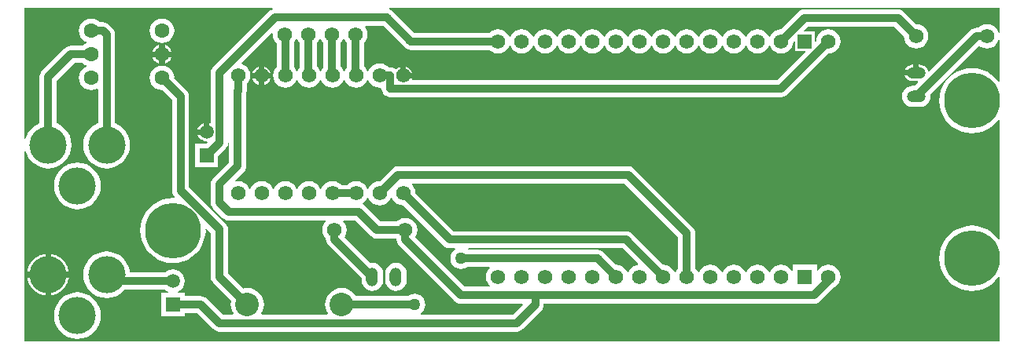
<source format=gbl>
G04 Layer_Physical_Order=2*
G04 Layer_Color=16711680*
%FSLAX24Y24*%
%MOIN*%
G70*
G01*
G75*
%ADD10C,0.0320*%
%ADD11C,0.1575*%
%ADD12O,0.0500X0.0800*%
%ADD13O,0.0800X0.0500*%
%ADD14C,0.0620*%
%ADD15C,0.0620*%
%ADD16R,0.0620X0.0620*%
%ADD17C,0.0591*%
%ADD18R,0.0591X0.0591*%
%ADD19C,0.1000*%
%ADD20C,0.2362*%
%ADD21C,0.0630*%
%ADD22C,0.0500*%
G36*
X13554Y36413D02*
X13636Y36306D01*
X13637Y36306D01*
Y35255D01*
X13578Y35178D01*
X13551Y35112D01*
X13497D01*
X13469Y35178D01*
X13387Y35285D01*
X13387Y35286D01*
Y36336D01*
X13446Y36413D01*
X13473Y36479D01*
X13527D01*
X13554Y36413D01*
D02*
G37*
G36*
X14554D02*
X14636Y36306D01*
X14637Y36306D01*
Y35255D01*
X14578Y35178D01*
X14551Y35112D01*
X14497D01*
X14469Y35178D01*
X14387Y35285D01*
X14363Y35304D01*
Y36306D01*
X14364Y36306D01*
X14446Y36413D01*
X14473Y36479D01*
X14527D01*
X14554Y36413D01*
D02*
G37*
G36*
X15554D02*
X15636Y36306D01*
X15637Y36306D01*
Y35255D01*
X15578Y35178D01*
X15551Y35112D01*
X15497D01*
X15469Y35178D01*
X15387Y35285D01*
X15363Y35304D01*
Y36306D01*
X15364Y36306D01*
X15446Y36413D01*
X15473Y36479D01*
X15527D01*
X15554Y36413D01*
D02*
G37*
G36*
X18090Y36121D02*
X18165Y36063D01*
X18252Y36027D01*
X18346Y36015D01*
X21683D01*
X21683Y36014D01*
X21790Y35932D01*
X21914Y35881D01*
X22047Y35864D01*
X22180Y35881D01*
X22304Y35932D01*
X22411Y36014D01*
X22493Y36121D01*
X22520Y36187D01*
X22574D01*
X22602Y36121D01*
X22683Y36014D01*
X22790Y35932D01*
X22914Y35881D01*
X23047Y35864D01*
X23180Y35881D01*
X23304Y35932D01*
X23411Y36014D01*
X23493Y36121D01*
X23520Y36187D01*
X23574D01*
X23602Y36121D01*
X23683Y36014D01*
X23790Y35932D01*
X23914Y35881D01*
X24047Y35864D01*
X24180Y35881D01*
X24304Y35932D01*
X24411Y36014D01*
X24493Y36121D01*
X24520Y36187D01*
X24574D01*
X24602Y36121D01*
X24683Y36014D01*
X24790Y35932D01*
X24914Y35881D01*
X25047Y35864D01*
X25180Y35881D01*
X25304Y35932D01*
X25411Y36014D01*
X25493Y36121D01*
X25520Y36187D01*
X25574D01*
X25602Y36121D01*
X25683Y36014D01*
X25790Y35932D01*
X25914Y35881D01*
X26047Y35864D01*
X26180Y35881D01*
X26304Y35932D01*
X26411Y36014D01*
X26493Y36121D01*
X26520Y36187D01*
X26574D01*
X26602Y36121D01*
X26683Y36014D01*
X26790Y35932D01*
X26914Y35881D01*
X27047Y35864D01*
X27180Y35881D01*
X27304Y35932D01*
X27411Y36014D01*
X27493Y36121D01*
X27520Y36187D01*
X27574D01*
X27602Y36121D01*
X27683Y36014D01*
X27790Y35932D01*
X27914Y35881D01*
X28047Y35864D01*
X28180Y35881D01*
X28304Y35932D01*
X28411Y36014D01*
X28493Y36121D01*
X28520Y36187D01*
X28574D01*
X28602Y36121D01*
X28683Y36014D01*
X28790Y35932D01*
X28914Y35881D01*
X29047Y35864D01*
X29180Y35881D01*
X29304Y35932D01*
X29411Y36014D01*
X29493Y36121D01*
X29520Y36187D01*
X29574D01*
X29602Y36121D01*
X29683Y36014D01*
X29790Y35932D01*
X29914Y35881D01*
X30047Y35864D01*
X30180Y35881D01*
X30304Y35932D01*
X30411Y36014D01*
X30493Y36121D01*
X30520Y36187D01*
X30574D01*
X30602Y36121D01*
X30683Y36014D01*
X30790Y35932D01*
X30914Y35881D01*
X31047Y35864D01*
X31180Y35881D01*
X31304Y35932D01*
X31411Y36014D01*
X31493Y36121D01*
X31520Y36187D01*
X31574D01*
X31602Y36121D01*
X31683Y36014D01*
X31790Y35932D01*
X31914Y35881D01*
X32047Y35864D01*
X32180Y35881D01*
X32304Y35932D01*
X32411Y36014D01*
X32493Y36121D01*
X32520Y36187D01*
X32574D01*
X32602Y36121D01*
X32683Y36014D01*
X32790Y35932D01*
X32914Y35881D01*
X33047Y35864D01*
X33180Y35881D01*
X33304Y35932D01*
X33411Y36014D01*
X33493Y36121D01*
X33520Y36187D01*
X33574D01*
X33602Y36121D01*
X33683Y36014D01*
X33790Y35932D01*
X33914Y35881D01*
X34047Y35864D01*
X34180Y35881D01*
X34304Y35932D01*
X34411Y36014D01*
X34493Y36121D01*
X34544Y36245D01*
X34561Y36373D01*
X34589Y36393D01*
X34637Y36371D01*
Y35968D01*
X35058D01*
X35078Y35922D01*
X33890Y34734D01*
X18435D01*
X18407Y34776D01*
X18418Y34801D01*
X18024D01*
Y34921D01*
X17904D01*
Y35315D01*
X17817Y35279D01*
X17731Y35214D01*
X17714Y35191D01*
X17655Y35236D01*
X17568Y35272D01*
X17474Y35284D01*
X17388D01*
X17387Y35285D01*
X17281Y35367D01*
X17157Y35418D01*
X17024Y35436D01*
X16890Y35418D01*
X16766Y35367D01*
X16660Y35285D01*
X16578Y35178D01*
X16551Y35112D01*
X16497D01*
X16469Y35178D01*
X16387Y35285D01*
X16363Y35304D01*
Y36306D01*
X16364Y36306D01*
X16446Y36413D01*
X16497Y36537D01*
X16514Y36670D01*
X16497Y36803D01*
X16446Y36927D01*
X16399Y36988D01*
X16423Y37038D01*
X17172D01*
X18090Y36121D01*
D02*
G37*
G36*
X16578Y29664D02*
X16660Y29557D01*
X16766Y29476D01*
X16890Y29424D01*
X17024Y29407D01*
X17157Y29424D01*
X17281Y29476D01*
X17387Y29557D01*
X17469Y29664D01*
X17497Y29730D01*
X17551D01*
X17578Y29664D01*
X17660Y29557D01*
X17766Y29476D01*
X17890Y29424D01*
X18024Y29407D01*
X18024Y29407D01*
X19735Y27696D01*
X19811Y27638D01*
X19898Y27602D01*
X19992Y27590D01*
X20204D01*
X20221Y27540D01*
X20152Y27486D01*
X20079Y27392D01*
X20034Y27283D01*
X20019Y27165D01*
X20034Y27048D01*
X20079Y26938D01*
X20152Y26844D01*
X20245Y26772D01*
X20355Y26727D01*
X20472Y26711D01*
X20590Y26727D01*
X20699Y26772D01*
X20738Y26802D01*
X21685D01*
X21701Y26755D01*
X21683Y26742D01*
X21602Y26635D01*
X21550Y26511D01*
X21533Y26378D01*
X21550Y26245D01*
X21602Y26121D01*
X21683Y26014D01*
X21701Y26001D01*
X21685Y25954D01*
X20623D01*
X18517Y28059D01*
X18556Y28109D01*
X18607Y28233D01*
X18625Y28366D01*
X18607Y28500D01*
X18556Y28624D01*
X18474Y28730D01*
X18367Y28812D01*
X18243Y28863D01*
X18110Y28881D01*
X17977Y28863D01*
X17853Y28812D01*
X17746Y28730D01*
X17746Y28730D01*
X17060D01*
X16398Y29391D01*
X16325Y29447D01*
X16323Y29449D01*
X16318Y29504D01*
X16387Y29557D01*
X16469Y29664D01*
X16497Y29730D01*
X16551D01*
X16578Y29664D01*
D02*
G37*
G36*
X27983Y26929D02*
X27966Y26882D01*
X27914Y26875D01*
X27790Y26823D01*
X27683Y26742D01*
X27602Y26635D01*
X27574Y26569D01*
X27520D01*
X27493Y26635D01*
X27411Y26742D01*
X27304Y26823D01*
X27180Y26875D01*
X27047Y26892D01*
X27046Y26892D01*
X26517Y27422D01*
X26441Y27480D01*
X26354Y27516D01*
X26260Y27528D01*
X20773D01*
X20765Y27540D01*
X20790Y27590D01*
X27322D01*
X27983Y26929D01*
D02*
G37*
G36*
X29684Y28070D02*
Y26742D01*
X29683Y26742D01*
X29602Y26635D01*
X29574Y26569D01*
X29520D01*
X29493Y26635D01*
X29411Y26742D01*
X29304Y26823D01*
X29180Y26875D01*
X29047Y26892D01*
X29046Y26892D01*
X27729Y28210D01*
X27654Y28267D01*
X27566Y28303D01*
X27472Y28316D01*
X20143D01*
X18538Y29920D01*
X18538Y29921D01*
X18521Y30054D01*
X18469Y30178D01*
X18387Y30285D01*
X18370Y30298D01*
X18386Y30346D01*
X27409D01*
X29684Y28070D01*
D02*
G37*
G36*
X43307Y36739D02*
X43261Y36727D01*
X43209Y36851D01*
X43128Y36958D01*
X43021Y37040D01*
X42897Y37091D01*
X42764Y37109D01*
X42631Y37091D01*
X42507Y37040D01*
X42400Y36958D01*
X42400Y36957D01*
X42319D01*
X42225Y36945D01*
X42137Y36909D01*
X42062Y36851D01*
X40305Y35094D01*
X40258Y35110D01*
X40255Y35131D01*
X40219Y35216D01*
X40163Y35289D01*
X40090Y35345D01*
X40005Y35380D01*
X39914Y35392D01*
X39884D01*
Y35039D01*
X39764D01*
Y34919D01*
X39285D01*
X39308Y34863D01*
X39364Y34790D01*
X39437Y34734D01*
X39522Y34698D01*
X39614Y34686D01*
X39832D01*
X39851Y34640D01*
X39704Y34493D01*
X39614D01*
X39496Y34478D01*
X39387Y34432D01*
X39293Y34360D01*
X39221Y34266D01*
X39175Y34157D01*
X39160Y34039D01*
X39175Y33922D01*
X39221Y33812D01*
X39293Y33718D01*
X39387Y33646D01*
X39496Y33601D01*
X39614Y33585D01*
X39914D01*
X40031Y33601D01*
X40141Y33646D01*
X40235Y33718D01*
X40307Y33812D01*
X40352Y33922D01*
X40368Y34039D01*
X40357Y34119D01*
X42439Y36201D01*
X42507Y36149D01*
X42631Y36097D01*
X42764Y36080D01*
X42897Y36097D01*
X43021Y36149D01*
X43128Y36230D01*
X43209Y36337D01*
X43261Y36461D01*
X43307Y36449D01*
Y34666D01*
X43259Y34653D01*
X43247Y34673D01*
X43106Y34838D01*
X42940Y34979D01*
X42755Y35093D01*
X42554Y35176D01*
X42343Y35227D01*
X42126Y35244D01*
X41909Y35227D01*
X41698Y35176D01*
X41497Y35093D01*
X41312Y34979D01*
X41146Y34838D01*
X41005Y34673D01*
X40892Y34487D01*
X40808Y34286D01*
X40758Y34075D01*
X40741Y33858D01*
X40758Y33642D01*
X40808Y33430D01*
X40892Y33229D01*
X41005Y33044D01*
X41146Y32879D01*
X41312Y32737D01*
X41497Y32624D01*
X41698Y32541D01*
X41909Y32490D01*
X42126Y32473D01*
X42343Y32490D01*
X42554Y32541D01*
X42755Y32624D01*
X42940Y32737D01*
X43106Y32879D01*
X43247Y33044D01*
X43259Y33064D01*
X43307Y33050D01*
Y27973D01*
X43259Y27960D01*
X43247Y27980D01*
X43106Y28145D01*
X42940Y28286D01*
X42755Y28400D01*
X42554Y28483D01*
X42343Y28534D01*
X42126Y28551D01*
X41909Y28534D01*
X41698Y28483D01*
X41497Y28400D01*
X41312Y28286D01*
X41146Y28145D01*
X41005Y27980D01*
X40892Y27794D01*
X40808Y27593D01*
X40758Y27382D01*
X40741Y27165D01*
X40758Y26949D01*
X40808Y26737D01*
X40892Y26536D01*
X41005Y26351D01*
X41146Y26186D01*
X41312Y26045D01*
X41497Y25931D01*
X41698Y25848D01*
X41909Y25797D01*
X42126Y25780D01*
X42343Y25797D01*
X42554Y25848D01*
X42755Y25931D01*
X42940Y26045D01*
X43106Y26186D01*
X43247Y26351D01*
X43259Y26371D01*
X43307Y26357D01*
Y23622D01*
X1969D01*
Y31712D01*
X2018Y31720D01*
X2056Y31597D01*
X2147Y31425D01*
X2271Y31275D01*
X2421Y31151D01*
X2593Y31060D01*
X2779Y31003D01*
X2972Y30984D01*
X3166Y31003D01*
X3352Y31060D01*
X3524Y31151D01*
X3674Y31275D01*
X3797Y31425D01*
X3889Y31597D01*
X3946Y31783D01*
X3965Y31976D01*
X3946Y32170D01*
X3889Y32356D01*
X3797Y32528D01*
X3674Y32678D01*
X3524Y32801D01*
X3352Y32893D01*
X3336Y32898D01*
Y34712D01*
X4087Y35464D01*
X4429D01*
X4432Y35459D01*
X4540Y35377D01*
X4600Y35352D01*
Y35302D01*
X4540Y35277D01*
X4432Y35194D01*
X4349Y35086D01*
X4298Y34961D01*
X4280Y34827D01*
X4298Y34692D01*
X4349Y34567D01*
X4432Y34460D01*
X4540Y34377D01*
X4665Y34325D01*
X4799Y34307D01*
X4934Y34325D01*
X5040Y34369D01*
X5090Y34342D01*
Y32898D01*
X5073Y32893D01*
X4902Y32801D01*
X4751Y32678D01*
X4628Y32528D01*
X4536Y32356D01*
X4480Y32170D01*
X4461Y31976D01*
X4480Y31783D01*
X4536Y31597D01*
X4628Y31425D01*
X4751Y31275D01*
X4902Y31151D01*
X5073Y31060D01*
X5259Y31003D01*
X5453Y30984D01*
X5646Y31003D01*
X5832Y31060D01*
X6004Y31151D01*
X6154Y31275D01*
X6278Y31425D01*
X6369Y31597D01*
X6426Y31783D01*
X6445Y31976D01*
X6426Y32170D01*
X6369Y32356D01*
X6278Y32528D01*
X6154Y32678D01*
X6004Y32801D01*
X5832Y32893D01*
X5816Y32898D01*
Y36673D01*
X5803Y36767D01*
X5767Y36855D01*
X5710Y36930D01*
X5556Y37084D01*
X5481Y37141D01*
X5393Y37178D01*
X5299Y37190D01*
X5170D01*
X5166Y37194D01*
X5059Y37277D01*
X4934Y37328D01*
X4799Y37346D01*
X4665Y37328D01*
X4540Y37277D01*
X4432Y37194D01*
X4349Y37086D01*
X4298Y36961D01*
X4280Y36827D01*
X4298Y36692D01*
X4349Y36567D01*
X4432Y36460D01*
X4540Y36377D01*
X4600Y36352D01*
Y36302D01*
X4540Y36277D01*
X4432Y36194D01*
X4429Y36190D01*
X3937D01*
X3937Y36190D01*
X3843Y36178D01*
X3755Y36141D01*
X3680Y36084D01*
X2716Y35119D01*
X2658Y35044D01*
X2622Y34956D01*
X2609Y34862D01*
Y32898D01*
X2593Y32893D01*
X2421Y32801D01*
X2271Y32678D01*
X2147Y32528D01*
X2056Y32356D01*
X2018Y32233D01*
X1969Y32241D01*
Y37795D01*
X12478D01*
X12487Y37745D01*
X12417Y37716D01*
X12342Y37658D01*
X12342Y37658D01*
X9979Y35296D01*
X9922Y35221D01*
X9885Y35133D01*
X9873Y35039D01*
Y32927D01*
X9832Y32899D01*
X9810Y32908D01*
Y32530D01*
X9690D01*
Y32410D01*
X9312D01*
X9345Y32331D01*
X9408Y32248D01*
X9491Y32185D01*
X9587Y32145D01*
X9690Y32131D01*
X9714Y32134D01*
X9736Y32090D01*
X9672Y32025D01*
X9195D01*
Y31035D01*
X10185D01*
Y31512D01*
X10493Y31819D01*
X10551Y31895D01*
X10587Y31982D01*
X10597Y32058D01*
X10647Y32054D01*
Y31239D01*
X9979Y30572D01*
X9922Y30497D01*
X9885Y30409D01*
X9873Y30315D01*
Y29528D01*
X9885Y29434D01*
X9922Y29346D01*
X9979Y29271D01*
X10373Y28877D01*
X10448Y28819D01*
X10536Y28783D01*
X10630Y28771D01*
X14724D01*
X14739Y28721D01*
X14665Y28624D01*
X14613Y28500D01*
X14596Y28366D01*
X14613Y28233D01*
X14665Y28109D01*
X14747Y28003D01*
X14747Y28002D01*
Y27984D01*
X14760Y27890D01*
X14796Y27803D01*
X14853Y27727D01*
X16263Y26318D01*
Y26228D01*
X16278Y26110D01*
X16323Y26001D01*
X16396Y25907D01*
X16490Y25835D01*
X16599Y25790D01*
X16717Y25774D01*
X16834Y25790D01*
X16943Y25835D01*
X17037Y25907D01*
X17110Y26001D01*
X17155Y26110D01*
X17170Y26228D01*
Y26528D01*
X17155Y26645D01*
X17110Y26755D01*
X17037Y26849D01*
X16943Y26921D01*
X16834Y26966D01*
X16717Y26982D01*
X16637Y26971D01*
X15531Y28077D01*
X15556Y28109D01*
X15607Y28233D01*
X15625Y28366D01*
X15607Y28500D01*
X15556Y28624D01*
X15481Y28721D01*
X15496Y28771D01*
X15991D01*
X16652Y28110D01*
X16728Y28052D01*
X16815Y28016D01*
X16909Y28003D01*
X17746D01*
X17746Y28003D01*
X17747Y28002D01*
Y27953D01*
X17759Y27859D01*
X17796Y27771D01*
X17853Y27696D01*
X20216Y25334D01*
X20216Y25334D01*
X20291Y25276D01*
X20378Y25240D01*
X20472Y25227D01*
X23074D01*
X23093Y25181D01*
X22684Y24773D01*
X18772D01*
X18755Y24823D01*
X18825Y24876D01*
X18897Y24970D01*
X18942Y25079D01*
X18958Y25197D01*
X18942Y25314D01*
X18897Y25424D01*
X18825Y25518D01*
X18731Y25590D01*
X18621Y25635D01*
X18504Y25651D01*
X18386Y25635D01*
X18277Y25590D01*
X18238Y25560D01*
X16017D01*
X16002Y25588D01*
X15915Y25694D01*
X15808Y25782D01*
X15687Y25847D01*
X15555Y25887D01*
X15417Y25900D01*
X15280Y25887D01*
X15148Y25847D01*
X15027Y25782D01*
X14920Y25694D01*
X14832Y25588D01*
X14767Y25466D01*
X14727Y25334D01*
X14714Y25197D01*
X14727Y25060D01*
X14767Y24928D01*
X14824Y24823D01*
X14800Y24773D01*
X12034D01*
X12011Y24823D01*
X12067Y24928D01*
X12107Y25060D01*
X12121Y25197D01*
X12107Y25334D01*
X12067Y25466D01*
X12002Y25588D01*
X11915Y25694D01*
X11808Y25782D01*
X11687Y25847D01*
X11555Y25887D01*
X11417Y25900D01*
X11280Y25887D01*
X11250Y25878D01*
X10599Y26528D01*
Y28388D01*
X10587Y28482D01*
X10551Y28569D01*
X10493Y28644D01*
X8950Y30188D01*
Y34039D01*
X8937Y34133D01*
X8901Y34221D01*
X8843Y34296D01*
X8318Y34822D01*
X8319Y34827D01*
X8301Y34961D01*
X8249Y35086D01*
X8166Y35194D01*
X8059Y35277D01*
X7934Y35328D01*
X7799Y35346D01*
X7665Y35328D01*
X7540Y35277D01*
X7432Y35194D01*
X7349Y35086D01*
X7298Y34961D01*
X7280Y34827D01*
X7298Y34692D01*
X7349Y34567D01*
X7432Y34460D01*
X7540Y34377D01*
X7665Y34325D01*
X7799Y34307D01*
X7804Y34308D01*
X8224Y33889D01*
Y30037D01*
X8236Y29943D01*
X8272Y29856D01*
X8330Y29781D01*
X8337Y29773D01*
X8316Y29728D01*
X8268Y29732D01*
X8051Y29715D01*
X7840Y29664D01*
X7639Y29581D01*
X7453Y29467D01*
X7288Y29326D01*
X7147Y29161D01*
X7033Y28975D01*
X6950Y28775D01*
X6899Y28563D01*
X6882Y28346D01*
X6899Y28130D01*
X6950Y27918D01*
X7033Y27718D01*
X7147Y27532D01*
X7288Y27367D01*
X7453Y27226D01*
X7639Y27112D01*
X7840Y27029D01*
X8051Y26978D01*
X8268Y26961D01*
X8484Y26978D01*
X8696Y27029D01*
X8897Y27112D01*
X9082Y27226D01*
X9247Y27367D01*
X9389Y27532D01*
X9502Y27718D01*
X9585Y27918D01*
X9636Y28130D01*
X9653Y28346D01*
X9649Y28395D01*
X9695Y28416D01*
X9873Y28237D01*
Y26378D01*
X9885Y26284D01*
X9922Y26196D01*
X9979Y26121D01*
X10737Y25364D01*
X10727Y25334D01*
X10714Y25197D01*
X10727Y25060D01*
X10767Y24928D01*
X10824Y24823D01*
X10800Y24773D01*
X10387D01*
X9706Y25454D01*
X9630Y25511D01*
X9543Y25548D01*
X9449Y25560D01*
X8763D01*
Y25692D01*
X8474D01*
X8464Y25742D01*
X8517Y25764D01*
X8621Y25844D01*
X8700Y25947D01*
X8750Y26068D01*
X8767Y26197D01*
X8750Y26326D01*
X8700Y26447D01*
X8621Y26550D01*
X8517Y26629D01*
X8397Y26679D01*
X8268Y26696D01*
X8138Y26679D01*
X8018Y26629D01*
X7927Y26560D01*
X6436D01*
X6426Y26658D01*
X6369Y26844D01*
X6278Y27016D01*
X6154Y27166D01*
X6004Y27290D01*
X5832Y27381D01*
X5646Y27438D01*
X5453Y27457D01*
X5259Y27438D01*
X5073Y27381D01*
X4902Y27290D01*
X4751Y27166D01*
X4628Y27016D01*
X4536Y26844D01*
X4480Y26658D01*
X4461Y26465D01*
X4480Y26271D01*
X4536Y26085D01*
X4628Y25913D01*
X4751Y25763D01*
X4902Y25640D01*
X5073Y25548D01*
X5259Y25491D01*
X5453Y25472D01*
X5646Y25491D01*
X5832Y25548D01*
X6004Y25640D01*
X6154Y25763D01*
X6212Y25834D01*
X7927D01*
X8018Y25764D01*
X8071Y25742D01*
X8061Y25692D01*
X7772D01*
Y24702D01*
X8763D01*
Y24834D01*
X9298D01*
X9979Y24153D01*
X10055Y24095D01*
X10142Y24059D01*
X10236Y24046D01*
X22835D01*
X22929Y24059D01*
X23016Y24095D01*
X23091Y24153D01*
X23879Y24940D01*
X23937Y25015D01*
X23973Y25103D01*
X23985Y25197D01*
Y25227D01*
X35433D01*
X35527Y25240D01*
X35615Y25276D01*
X35690Y25334D01*
X36277Y25921D01*
X36304Y25932D01*
X36411Y26014D01*
X36493Y26121D01*
X36544Y26245D01*
X36562Y26378D01*
X36544Y26511D01*
X36493Y26635D01*
X36411Y26742D01*
X36304Y26823D01*
X36180Y26875D01*
X36047Y26892D01*
X35914Y26875D01*
X35790Y26823D01*
X35683Y26742D01*
X35607Y26642D01*
X35557Y26648D01*
Y26888D01*
X34537D01*
Y26648D01*
X34487Y26642D01*
X34411Y26742D01*
X34304Y26823D01*
X34180Y26875D01*
X34047Y26892D01*
X33914Y26875D01*
X33790Y26823D01*
X33683Y26742D01*
X33602Y26635D01*
X33574Y26569D01*
X33520D01*
X33493Y26635D01*
X33411Y26742D01*
X33304Y26823D01*
X33180Y26875D01*
X33047Y26892D01*
X32914Y26875D01*
X32790Y26823D01*
X32683Y26742D01*
X32602Y26635D01*
X32574Y26569D01*
X32520D01*
X32493Y26635D01*
X32411Y26742D01*
X32304Y26823D01*
X32180Y26875D01*
X32047Y26892D01*
X31914Y26875D01*
X31790Y26823D01*
X31683Y26742D01*
X31602Y26635D01*
X31574Y26569D01*
X31520D01*
X31493Y26635D01*
X31411Y26742D01*
X31304Y26823D01*
X31180Y26875D01*
X31047Y26892D01*
X30914Y26875D01*
X30790Y26823D01*
X30683Y26742D01*
X30602Y26635D01*
X30574Y26569D01*
X30520D01*
X30493Y26635D01*
X30411Y26742D01*
X30410Y26742D01*
Y28220D01*
X30410Y28220D01*
X30398Y28314D01*
X30362Y28402D01*
X30304Y28477D01*
X30304Y28477D01*
X27816Y30965D01*
X27741Y31023D01*
X27653Y31059D01*
X27559Y31072D01*
X17811D01*
X17717Y31059D01*
X17629Y31023D01*
X17554Y30965D01*
X17024Y30436D01*
X17024Y30436D01*
X16890Y30418D01*
X16766Y30367D01*
X16660Y30285D01*
X16578Y30178D01*
X16551Y30112D01*
X16497D01*
X16469Y30178D01*
X16387Y30285D01*
X16281Y30367D01*
X16157Y30418D01*
X16024Y30436D01*
X15890Y30418D01*
X15766Y30367D01*
X15660Y30285D01*
X15659Y30284D01*
X15388D01*
X15387Y30285D01*
X15281Y30367D01*
X15157Y30418D01*
X15024Y30436D01*
X14890Y30418D01*
X14766Y30367D01*
X14660Y30285D01*
X14578Y30178D01*
X14551Y30112D01*
X14497D01*
X14469Y30178D01*
X14387Y30285D01*
X14281Y30367D01*
X14157Y30418D01*
X14024Y30436D01*
X13890Y30418D01*
X13766Y30367D01*
X13660Y30285D01*
X13578Y30178D01*
X13551Y30112D01*
X13497D01*
X13469Y30178D01*
X13387Y30285D01*
X13281Y30367D01*
X13157Y30418D01*
X13024Y30436D01*
X12890Y30418D01*
X12766Y30367D01*
X12660Y30285D01*
X12578Y30178D01*
X12551Y30112D01*
X12497D01*
X12469Y30178D01*
X12387Y30285D01*
X12281Y30367D01*
X12157Y30418D01*
X12024Y30436D01*
X11890Y30418D01*
X11766Y30367D01*
X11660Y30285D01*
X11578Y30178D01*
X11551Y30112D01*
X11497D01*
X11469Y30178D01*
X11387Y30285D01*
X11281Y30367D01*
X11157Y30418D01*
X11024Y30436D01*
X10929Y30423D01*
X10905Y30471D01*
X11267Y30832D01*
X11324Y30907D01*
X11361Y30995D01*
X11373Y31089D01*
Y34187D01*
X11374Y34190D01*
X11387Y34284D01*
Y34557D01*
X11387Y34557D01*
X11469Y34664D01*
X11521Y34788D01*
X11538Y34921D01*
X11521Y35054D01*
X11469Y35178D01*
X11387Y35285D01*
X11281Y35367D01*
X11187Y35406D01*
X11175Y35464D01*
X12447Y36736D01*
X12491Y36714D01*
X12486Y36670D01*
X12503Y36537D01*
X12554Y36413D01*
X12636Y36306D01*
X12661Y36288D01*
Y35286D01*
X12660Y35285D01*
X12578Y35178D01*
X12527Y35054D01*
X12509Y34921D01*
X12527Y34788D01*
X12578Y34664D01*
X12660Y34557D01*
X12766Y34476D01*
X12890Y34424D01*
X13024Y34407D01*
X13157Y34424D01*
X13281Y34476D01*
X13387Y34557D01*
X13469Y34664D01*
X13497Y34730D01*
X13551D01*
X13578Y34664D01*
X13660Y34557D01*
X13766Y34476D01*
X13890Y34424D01*
X14024Y34407D01*
X14157Y34424D01*
X14281Y34476D01*
X14387Y34557D01*
X14469Y34664D01*
X14497Y34730D01*
X14551D01*
X14578Y34664D01*
X14660Y34557D01*
X14766Y34476D01*
X14890Y34424D01*
X15024Y34407D01*
X15157Y34424D01*
X15281Y34476D01*
X15387Y34557D01*
X15469Y34664D01*
X15497Y34730D01*
X15551D01*
X15578Y34664D01*
X15660Y34557D01*
X15766Y34476D01*
X15890Y34424D01*
X16024Y34407D01*
X16157Y34424D01*
X16281Y34476D01*
X16387Y34557D01*
X16469Y34664D01*
X16497Y34730D01*
X16551D01*
X16578Y34664D01*
X16660Y34557D01*
X16766Y34476D01*
X16890Y34424D01*
X17024Y34407D01*
X17073Y34413D01*
X17110Y34380D01*
Y34371D01*
X17123Y34277D01*
X17159Y34190D01*
X17217Y34114D01*
X17292Y34057D01*
X17380Y34020D01*
X17474Y34008D01*
X34041D01*
X34134Y34020D01*
X34222Y34057D01*
X34297Y34114D01*
X36046Y35864D01*
X36047Y35864D01*
X36180Y35881D01*
X36304Y35932D01*
X36411Y36014D01*
X36493Y36121D01*
X36544Y36245D01*
X36562Y36378D01*
X36544Y36511D01*
X36493Y36635D01*
X36411Y36742D01*
X36304Y36823D01*
X36180Y36875D01*
X36047Y36892D01*
X35914Y36875D01*
X35790Y36823D01*
X35683Y36742D01*
X35602Y36635D01*
X35550Y36511D01*
X35533Y36383D01*
X35506Y36363D01*
X35457Y36385D01*
Y36788D01*
X35036D01*
X35017Y36834D01*
X35190Y37007D01*
X38837D01*
X39249Y36595D01*
X39249Y36594D01*
X39267Y36461D01*
X39318Y36337D01*
X39400Y36230D01*
X39507Y36149D01*
X39631Y36097D01*
X39764Y36080D01*
X39897Y36097D01*
X40021Y36149D01*
X40128Y36230D01*
X40209Y36337D01*
X40261Y36461D01*
X40278Y36594D01*
X40261Y36727D01*
X40209Y36851D01*
X40128Y36958D01*
X40021Y37040D01*
X39897Y37091D01*
X39764Y37109D01*
X39763Y37108D01*
X39245Y37627D01*
X39169Y37685D01*
X39082Y37721D01*
X38988Y37733D01*
X35039D01*
X34945Y37721D01*
X34858Y37685D01*
X34783Y37627D01*
X34048Y36892D01*
X34047Y36892D01*
X33914Y36875D01*
X33790Y36823D01*
X33683Y36742D01*
X33602Y36635D01*
X33574Y36569D01*
X33520D01*
X33493Y36635D01*
X33411Y36742D01*
X33304Y36823D01*
X33180Y36875D01*
X33047Y36892D01*
X32914Y36875D01*
X32790Y36823D01*
X32683Y36742D01*
X32602Y36635D01*
X32574Y36569D01*
X32520D01*
X32493Y36635D01*
X32411Y36742D01*
X32304Y36823D01*
X32180Y36875D01*
X32047Y36892D01*
X31914Y36875D01*
X31790Y36823D01*
X31683Y36742D01*
X31602Y36635D01*
X31574Y36569D01*
X31520D01*
X31493Y36635D01*
X31411Y36742D01*
X31304Y36823D01*
X31180Y36875D01*
X31047Y36892D01*
X30914Y36875D01*
X30790Y36823D01*
X30683Y36742D01*
X30602Y36635D01*
X30574Y36569D01*
X30520D01*
X30493Y36635D01*
X30411Y36742D01*
X30304Y36823D01*
X30180Y36875D01*
X30047Y36892D01*
X29914Y36875D01*
X29790Y36823D01*
X29683Y36742D01*
X29602Y36635D01*
X29574Y36569D01*
X29520D01*
X29493Y36635D01*
X29411Y36742D01*
X29304Y36823D01*
X29180Y36875D01*
X29047Y36892D01*
X28914Y36875D01*
X28790Y36823D01*
X28683Y36742D01*
X28602Y36635D01*
X28574Y36569D01*
X28520D01*
X28493Y36635D01*
X28411Y36742D01*
X28304Y36823D01*
X28180Y36875D01*
X28047Y36892D01*
X27914Y36875D01*
X27790Y36823D01*
X27683Y36742D01*
X27602Y36635D01*
X27574Y36569D01*
X27520D01*
X27493Y36635D01*
X27411Y36742D01*
X27304Y36823D01*
X27180Y36875D01*
X27047Y36892D01*
X26914Y36875D01*
X26790Y36823D01*
X26683Y36742D01*
X26602Y36635D01*
X26574Y36569D01*
X26520D01*
X26493Y36635D01*
X26411Y36742D01*
X26304Y36823D01*
X26180Y36875D01*
X26047Y36892D01*
X25914Y36875D01*
X25790Y36823D01*
X25683Y36742D01*
X25602Y36635D01*
X25574Y36569D01*
X25520D01*
X25493Y36635D01*
X25411Y36742D01*
X25304Y36823D01*
X25180Y36875D01*
X25047Y36892D01*
X24914Y36875D01*
X24790Y36823D01*
X24683Y36742D01*
X24602Y36635D01*
X24574Y36569D01*
X24520D01*
X24493Y36635D01*
X24411Y36742D01*
X24304Y36823D01*
X24180Y36875D01*
X24047Y36892D01*
X23914Y36875D01*
X23790Y36823D01*
X23683Y36742D01*
X23602Y36635D01*
X23574Y36569D01*
X23520D01*
X23493Y36635D01*
X23411Y36742D01*
X23304Y36823D01*
X23180Y36875D01*
X23047Y36892D01*
X22914Y36875D01*
X22790Y36823D01*
X22683Y36742D01*
X22602Y36635D01*
X22574Y36569D01*
X22520D01*
X22493Y36635D01*
X22411Y36742D01*
X22304Y36823D01*
X22180Y36875D01*
X22047Y36892D01*
X21914Y36875D01*
X21790Y36823D01*
X21683Y36742D01*
X21683Y36741D01*
X18497D01*
X17580Y37658D01*
X17504Y37716D01*
X17434Y37745D01*
X17444Y37795D01*
X43307D01*
Y36739D01*
D02*
G37*
%LPC*%
G36*
X7919Y36226D02*
Y35947D01*
X8199D01*
X8162Y36036D01*
X8095Y36123D01*
X8008Y36189D01*
X7919Y36226D01*
D02*
G37*
G36*
X2852Y27344D02*
X2798Y27339D01*
X2631Y27288D01*
X2477Y27206D01*
X2342Y27095D01*
X2231Y26960D01*
X2149Y26806D01*
X2098Y26639D01*
X2093Y26585D01*
X2852D01*
Y27344D01*
D02*
G37*
G36*
X4213Y31232D02*
X4019Y31213D01*
X3833Y31157D01*
X3661Y31065D01*
X3511Y30942D01*
X3388Y30791D01*
X3296Y30620D01*
X3239Y30434D01*
X3220Y30240D01*
X3239Y30047D01*
X3296Y29860D01*
X3388Y29689D01*
X3511Y29539D01*
X3661Y29415D01*
X3833Y29323D01*
X4019Y29267D01*
X4213Y29248D01*
X4406Y29267D01*
X4592Y29323D01*
X4764Y29415D01*
X4914Y29539D01*
X5038Y29689D01*
X5129Y29860D01*
X5186Y30047D01*
X5205Y30240D01*
X5186Y30434D01*
X5129Y30620D01*
X5038Y30791D01*
X4914Y30942D01*
X4764Y31065D01*
X4592Y31157D01*
X4406Y31213D01*
X4213Y31232D01*
D02*
G37*
G36*
X3092Y27344D02*
Y26585D01*
X3852D01*
X3847Y26639D01*
X3796Y26806D01*
X3714Y26960D01*
X3603Y27095D01*
X3468Y27206D01*
X3314Y27288D01*
X3146Y27339D01*
X3092Y27344D01*
D02*
G37*
G36*
X2852Y26345D02*
X2093D01*
X2098Y26291D01*
X2149Y26123D01*
X2231Y25969D01*
X2342Y25834D01*
X2477Y25723D01*
X2631Y25641D01*
X2798Y25590D01*
X2852Y25585D01*
Y26345D01*
D02*
G37*
G36*
X4213Y25721D02*
X4019Y25701D01*
X3833Y25645D01*
X3661Y25553D01*
X3511Y25430D01*
X3388Y25280D01*
X3296Y25108D01*
X3239Y24922D01*
X3220Y24728D01*
X3239Y24535D01*
X3296Y24349D01*
X3388Y24177D01*
X3511Y24027D01*
X3661Y23903D01*
X3833Y23812D01*
X4019Y23755D01*
X4213Y23736D01*
X4406Y23755D01*
X4592Y23812D01*
X4764Y23903D01*
X4914Y24027D01*
X5038Y24177D01*
X5129Y24349D01*
X5186Y24535D01*
X5205Y24728D01*
X5186Y24922D01*
X5129Y25108D01*
X5038Y25280D01*
X4914Y25430D01*
X4764Y25553D01*
X4592Y25645D01*
X4406Y25701D01*
X4213Y25721D01*
D02*
G37*
G36*
X3852Y26345D02*
X3092D01*
Y25585D01*
X3146Y25590D01*
X3314Y25641D01*
X3468Y25723D01*
X3603Y25834D01*
X3714Y25969D01*
X3796Y26123D01*
X3847Y26291D01*
X3852Y26345D01*
D02*
G37*
G36*
X7799Y37346D02*
X7665Y37328D01*
X7540Y37277D01*
X7432Y37194D01*
X7349Y37086D01*
X7298Y36961D01*
X7280Y36827D01*
X7298Y36692D01*
X7349Y36567D01*
X7432Y36460D01*
X7540Y36377D01*
X7665Y36325D01*
X7799Y36307D01*
X7934Y36325D01*
X8059Y36377D01*
X8166Y36460D01*
X8249Y36567D01*
X8301Y36692D01*
X8319Y36827D01*
X8301Y36961D01*
X8249Y37086D01*
X8166Y37194D01*
X8059Y37277D01*
X7934Y37328D01*
X7799Y37346D01*
D02*
G37*
G36*
X17717Y26982D02*
X17599Y26966D01*
X17490Y26921D01*
X17396Y26849D01*
X17323Y26755D01*
X17278Y26645D01*
X17263Y26528D01*
Y26228D01*
X17278Y26110D01*
X17323Y26001D01*
X17396Y25907D01*
X17490Y25835D01*
X17599Y25790D01*
X17717Y25774D01*
X17834Y25790D01*
X17943Y25835D01*
X18037Y25907D01*
X18110Y26001D01*
X18155Y26110D01*
X18170Y26228D01*
Y26528D01*
X18155Y26645D01*
X18110Y26755D01*
X18037Y26849D01*
X17943Y26921D01*
X17834Y26966D01*
X17717Y26982D01*
D02*
G37*
G36*
X18144Y35315D02*
Y35041D01*
X18418D01*
X18382Y35128D01*
X18316Y35214D01*
X18230Y35279D01*
X18144Y35315D01*
D02*
G37*
G36*
X12144D02*
Y35041D01*
X12418D01*
X12382Y35128D01*
X12316Y35214D01*
X12230Y35279D01*
X12144Y35315D01*
D02*
G37*
G36*
X8199Y35707D02*
X7919D01*
Y35427D01*
X8008Y35464D01*
X8095Y35531D01*
X8162Y35617D01*
X8199Y35707D01*
D02*
G37*
G36*
X39644Y35392D02*
X39614D01*
X39522Y35380D01*
X39437Y35345D01*
X39364Y35289D01*
X39308Y35216D01*
X39285Y35159D01*
X39644D01*
Y35392D01*
D02*
G37*
G36*
X7679Y35707D02*
X7400D01*
X7437Y35617D01*
X7503Y35531D01*
X7590Y35464D01*
X7679Y35427D01*
Y35707D01*
D02*
G37*
G36*
X11904Y34801D02*
X11630D01*
X11665Y34714D01*
X11731Y34629D01*
X11817Y34563D01*
X11904Y34527D01*
Y34801D01*
D02*
G37*
G36*
X9570Y32908D02*
X9491Y32875D01*
X9408Y32812D01*
X9345Y32729D01*
X9312Y32650D01*
X9570D01*
Y32908D01*
D02*
G37*
G36*
X12418Y34801D02*
X12144D01*
Y34527D01*
X12230Y34563D01*
X12316Y34629D01*
X12382Y34714D01*
X12418Y34801D01*
D02*
G37*
G36*
X11904Y35315D02*
X11817Y35279D01*
X11731Y35214D01*
X11665Y35128D01*
X11630Y35041D01*
X11904D01*
Y35315D01*
D02*
G37*
G36*
X7679Y36226D02*
X7590Y36189D01*
X7503Y36123D01*
X7437Y36036D01*
X7400Y35947D01*
X7679D01*
Y36226D01*
D02*
G37*
%LPD*%
G54D10*
X2972Y31976D02*
Y34862D01*
X3937Y35827D01*
X4799D01*
X5453Y31976D02*
Y36673D01*
X5299Y36827D02*
X5453Y36673D01*
X4799Y36827D02*
X5299D01*
X23622Y25591D02*
X35433D01*
X20472D02*
X23622D01*
Y25197D02*
Y25591D01*
X22835Y24409D02*
X23622Y25197D01*
X10236Y24409D02*
X22835D01*
X9449Y25197D02*
X10236Y24409D01*
X8268Y25197D02*
X9449D01*
X5453Y26713D02*
X5969Y26197D01*
X8268D01*
X8587Y30037D02*
Y34039D01*
X7799Y34827D02*
X8587Y34039D01*
X17024Y29921D02*
X17811Y30709D01*
X27559D01*
X27472Y27953D02*
X29047Y26378D01*
X19992Y27953D02*
X27472D01*
X18024Y29921D02*
X19992Y27953D01*
X11010Y31089D02*
Y34270D01*
X10236Y30315D02*
X11010Y31089D01*
X10236Y29528D02*
Y30315D01*
Y29528D02*
X10630Y29134D01*
X16142D01*
X16909Y28366D01*
X18110D01*
Y27953D02*
Y28366D01*
X15110Y27984D02*
X16717Y26378D01*
X15110Y27984D02*
Y28366D01*
X15024Y29921D02*
X16024D01*
X17474Y34371D02*
Y34921D01*
Y34371D02*
X34041D01*
X17024Y34921D02*
X17474D01*
X16000Y34945D02*
X16024Y34921D01*
X16000Y34945D02*
Y36670D01*
X15000Y34945D02*
X15024Y34921D01*
X15000Y34945D02*
Y36670D01*
X14000Y34945D02*
X14024Y34921D01*
X14000Y34945D02*
Y36670D01*
X13000D02*
X13024Y36646D01*
Y34921D02*
Y36646D01*
X11010Y34270D02*
X11024Y34284D01*
Y34921D01*
X34047Y36378D02*
X35039Y37370D01*
X34041Y34371D02*
X36047Y36378D01*
X18346D02*
X22047D01*
X17323Y37402D02*
X18346Y36378D01*
X12598Y37402D02*
X17323D01*
X10236Y35039D02*
X12598Y37402D01*
X10236Y32076D02*
Y35039D01*
X9690Y31530D02*
X10236Y32076D01*
X30047Y26378D02*
Y28220D01*
X27559Y30709D02*
X30047Y28220D01*
X36047Y26205D02*
Y26378D01*
X35433Y25591D02*
X36047Y26205D01*
X18110Y27953D02*
X20472Y25591D01*
Y27165D02*
X26260D01*
X27047Y26378D01*
X8587Y30037D02*
X10236Y28388D01*
Y26378D02*
Y28388D01*
X15417Y25197D02*
X18504D01*
X10236Y26378D02*
X11417Y25197D01*
X35039Y37370D02*
X38988D01*
X39764Y36594D01*
X42319D02*
X42764D01*
X39764Y34039D02*
X42319Y36594D01*
G54D11*
X5453Y26465D02*
D03*
X2972D02*
D03*
X4213Y24728D02*
D03*
X5453Y31976D02*
D03*
X2972D02*
D03*
X4213Y30240D02*
D03*
G54D12*
X16717Y26378D02*
D03*
X17717D02*
D03*
G54D13*
X39764Y34039D02*
D03*
Y35039D02*
D03*
G54D14*
X42764Y36594D02*
D03*
X39764D02*
D03*
X15110Y28366D02*
D03*
X18110D02*
D03*
G54D15*
X11024Y34921D02*
D03*
X12024D02*
D03*
X13024D02*
D03*
X14024D02*
D03*
X15024D02*
D03*
X16024D02*
D03*
X17024D02*
D03*
X18024D02*
D03*
Y29921D02*
D03*
X17024D02*
D03*
X16024D02*
D03*
X15024D02*
D03*
X14024D02*
D03*
X13024D02*
D03*
X12024D02*
D03*
X11024D02*
D03*
X13000Y36670D02*
D03*
X14000D02*
D03*
X15000D02*
D03*
X16000D02*
D03*
X22047Y36378D02*
D03*
X23047D02*
D03*
X24047D02*
D03*
X25047D02*
D03*
X26047D02*
D03*
X27047D02*
D03*
X28047D02*
D03*
X29047D02*
D03*
X30047D02*
D03*
X31047D02*
D03*
X32047D02*
D03*
X33047D02*
D03*
X34047D02*
D03*
X36047D02*
D03*
Y26378D02*
D03*
X34047D02*
D03*
X33047D02*
D03*
X32047D02*
D03*
X31047D02*
D03*
X30047D02*
D03*
X29047D02*
D03*
X28047D02*
D03*
X27047D02*
D03*
X26047D02*
D03*
X25047D02*
D03*
X24047D02*
D03*
X23047D02*
D03*
X22047D02*
D03*
G54D16*
X35047D02*
D03*
Y36378D02*
D03*
G54D17*
X8268Y26197D02*
D03*
X9690Y32530D02*
D03*
G54D18*
X8268Y25197D02*
D03*
X9690Y31530D02*
D03*
G54D19*
X11417Y25197D02*
D03*
X15417D02*
D03*
G54D20*
X8268Y28346D02*
D03*
X42126Y33858D02*
D03*
Y27165D02*
D03*
G54D21*
X4799Y34827D02*
D03*
Y35827D02*
D03*
Y36827D02*
D03*
X7799D02*
D03*
Y35827D02*
D03*
Y34827D02*
D03*
G54D22*
X20472Y27165D02*
D03*
X18504Y25197D02*
D03*
M02*

</source>
